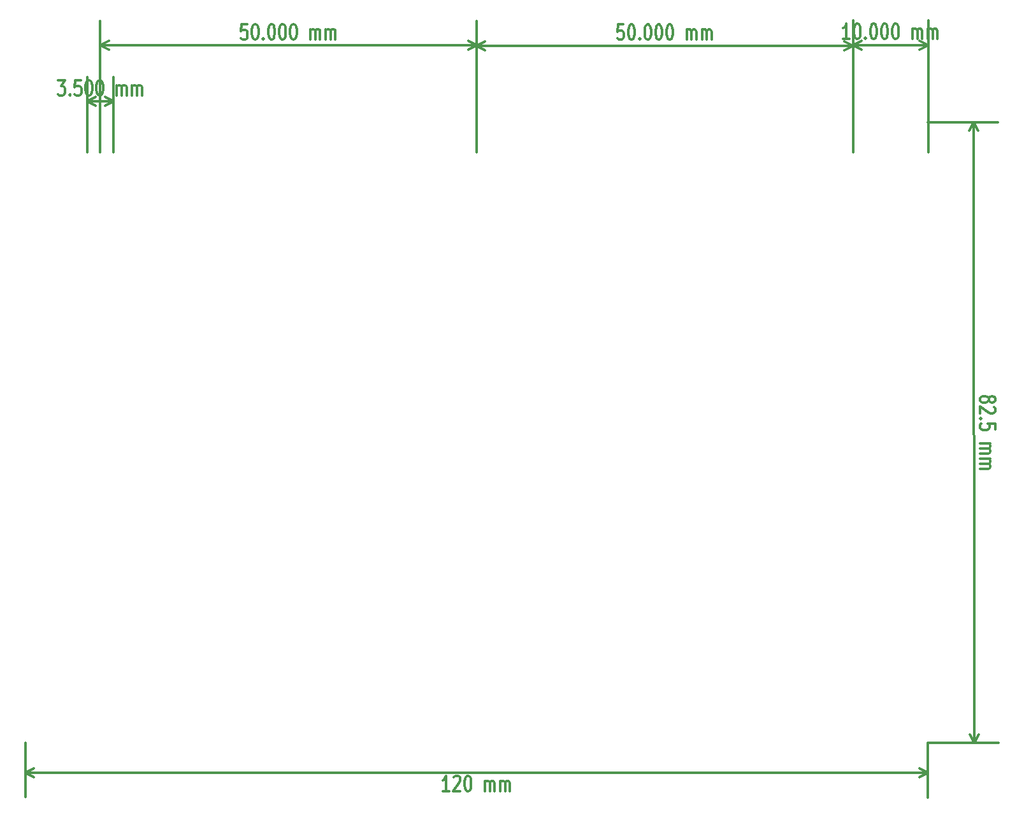
<source format=gbr>
G04 (created by PCBNEW-RS274X (2012-01-19 BZR 3256)-stable) date 5/23/2012 10:37:18 AM*
G01*
G70*
G90*
%MOIN*%
G04 Gerber Fmt 3.4, Leading zero omitted, Abs format*
%FSLAX34Y34*%
G04 APERTURE LIST*
%ADD10C,0.006000*%
%ADD11C,0.012000*%
G04 APERTURE END LIST*
G54D10*
G54D11*
X98676Y-02346D02*
X98333Y-02346D01*
X98505Y-02346D02*
X98505Y-01546D01*
X98448Y-01660D01*
X98390Y-01736D01*
X98333Y-01774D01*
X99047Y-01546D02*
X99104Y-01546D01*
X99161Y-01584D01*
X99190Y-01622D01*
X99219Y-01698D01*
X99247Y-01851D01*
X99247Y-02041D01*
X99219Y-02193D01*
X99190Y-02270D01*
X99161Y-02308D01*
X99104Y-02346D01*
X99047Y-02346D01*
X98990Y-02308D01*
X98961Y-02270D01*
X98933Y-02193D01*
X98904Y-02041D01*
X98904Y-01851D01*
X98933Y-01698D01*
X98961Y-01622D01*
X98990Y-01584D01*
X99047Y-01546D01*
X99504Y-02270D02*
X99532Y-02308D01*
X99504Y-02346D01*
X99475Y-02308D01*
X99504Y-02270D01*
X99504Y-02346D01*
X99904Y-01546D02*
X99961Y-01546D01*
X100018Y-01584D01*
X100047Y-01622D01*
X100076Y-01698D01*
X100104Y-01851D01*
X100104Y-02041D01*
X100076Y-02193D01*
X100047Y-02270D01*
X100018Y-02308D01*
X99961Y-02346D01*
X99904Y-02346D01*
X99847Y-02308D01*
X99818Y-02270D01*
X99790Y-02193D01*
X99761Y-02041D01*
X99761Y-01851D01*
X99790Y-01698D01*
X99818Y-01622D01*
X99847Y-01584D01*
X99904Y-01546D01*
X100475Y-01546D02*
X100532Y-01546D01*
X100589Y-01584D01*
X100618Y-01622D01*
X100647Y-01698D01*
X100675Y-01851D01*
X100675Y-02041D01*
X100647Y-02193D01*
X100618Y-02270D01*
X100589Y-02308D01*
X100532Y-02346D01*
X100475Y-02346D01*
X100418Y-02308D01*
X100389Y-02270D01*
X100361Y-02193D01*
X100332Y-02041D01*
X100332Y-01851D01*
X100361Y-01698D01*
X100389Y-01622D01*
X100418Y-01584D01*
X100475Y-01546D01*
X101046Y-01546D02*
X101103Y-01546D01*
X101160Y-01584D01*
X101189Y-01622D01*
X101218Y-01698D01*
X101246Y-01851D01*
X101246Y-02041D01*
X101218Y-02193D01*
X101189Y-02270D01*
X101160Y-02308D01*
X101103Y-02346D01*
X101046Y-02346D01*
X100989Y-02308D01*
X100960Y-02270D01*
X100932Y-02193D01*
X100903Y-02041D01*
X100903Y-01851D01*
X100932Y-01698D01*
X100960Y-01622D01*
X100989Y-01584D01*
X101046Y-01546D01*
X101960Y-02346D02*
X101960Y-01812D01*
X101960Y-01889D02*
X101988Y-01851D01*
X102046Y-01812D01*
X102131Y-01812D01*
X102188Y-01851D01*
X102217Y-01927D01*
X102217Y-02346D01*
X102217Y-01927D02*
X102246Y-01851D01*
X102303Y-01812D01*
X102388Y-01812D01*
X102446Y-01851D01*
X102474Y-01927D01*
X102474Y-02346D01*
X102760Y-02346D02*
X102760Y-01812D01*
X102760Y-01889D02*
X102788Y-01851D01*
X102846Y-01812D01*
X102931Y-01812D01*
X102988Y-01851D01*
X103017Y-01927D01*
X103017Y-02346D01*
X103017Y-01927D02*
X103046Y-01851D01*
X103103Y-01812D01*
X103188Y-01812D01*
X103246Y-01851D01*
X103274Y-01927D01*
X103274Y-02346D01*
X98850Y-02662D02*
X102787Y-02662D01*
X98850Y-08283D02*
X98850Y-01382D01*
X102787Y-08283D02*
X102787Y-01382D01*
X102787Y-02662D02*
X102344Y-02892D01*
X102787Y-02662D02*
X102344Y-02432D01*
X98850Y-02662D02*
X99293Y-02892D01*
X98850Y-02662D02*
X99293Y-02432D01*
X86837Y-01582D02*
X86551Y-01582D01*
X86522Y-01963D01*
X86551Y-01925D01*
X86608Y-01887D01*
X86751Y-01887D01*
X86808Y-01925D01*
X86837Y-01963D01*
X86865Y-02039D01*
X86865Y-02229D01*
X86837Y-02306D01*
X86808Y-02344D01*
X86751Y-02382D01*
X86608Y-02382D01*
X86551Y-02344D01*
X86522Y-02306D01*
X87236Y-01582D02*
X87293Y-01582D01*
X87350Y-01620D01*
X87379Y-01658D01*
X87408Y-01734D01*
X87436Y-01887D01*
X87436Y-02077D01*
X87408Y-02229D01*
X87379Y-02306D01*
X87350Y-02344D01*
X87293Y-02382D01*
X87236Y-02382D01*
X87179Y-02344D01*
X87150Y-02306D01*
X87122Y-02229D01*
X87093Y-02077D01*
X87093Y-01887D01*
X87122Y-01734D01*
X87150Y-01658D01*
X87179Y-01620D01*
X87236Y-01582D01*
X87693Y-02306D02*
X87721Y-02344D01*
X87693Y-02382D01*
X87664Y-02344D01*
X87693Y-02306D01*
X87693Y-02382D01*
X88093Y-01582D02*
X88150Y-01582D01*
X88207Y-01620D01*
X88236Y-01658D01*
X88265Y-01734D01*
X88293Y-01887D01*
X88293Y-02077D01*
X88265Y-02229D01*
X88236Y-02306D01*
X88207Y-02344D01*
X88150Y-02382D01*
X88093Y-02382D01*
X88036Y-02344D01*
X88007Y-02306D01*
X87979Y-02229D01*
X87950Y-02077D01*
X87950Y-01887D01*
X87979Y-01734D01*
X88007Y-01658D01*
X88036Y-01620D01*
X88093Y-01582D01*
X88664Y-01582D02*
X88721Y-01582D01*
X88778Y-01620D01*
X88807Y-01658D01*
X88836Y-01734D01*
X88864Y-01887D01*
X88864Y-02077D01*
X88836Y-02229D01*
X88807Y-02306D01*
X88778Y-02344D01*
X88721Y-02382D01*
X88664Y-02382D01*
X88607Y-02344D01*
X88578Y-02306D01*
X88550Y-02229D01*
X88521Y-02077D01*
X88521Y-01887D01*
X88550Y-01734D01*
X88578Y-01658D01*
X88607Y-01620D01*
X88664Y-01582D01*
X89235Y-01582D02*
X89292Y-01582D01*
X89349Y-01620D01*
X89378Y-01658D01*
X89407Y-01734D01*
X89435Y-01887D01*
X89435Y-02077D01*
X89407Y-02229D01*
X89378Y-02306D01*
X89349Y-02344D01*
X89292Y-02382D01*
X89235Y-02382D01*
X89178Y-02344D01*
X89149Y-02306D01*
X89121Y-02229D01*
X89092Y-02077D01*
X89092Y-01887D01*
X89121Y-01734D01*
X89149Y-01658D01*
X89178Y-01620D01*
X89235Y-01582D01*
X90149Y-02382D02*
X90149Y-01848D01*
X90149Y-01925D02*
X90177Y-01887D01*
X90235Y-01848D01*
X90320Y-01848D01*
X90377Y-01887D01*
X90406Y-01963D01*
X90406Y-02382D01*
X90406Y-01963D02*
X90435Y-01887D01*
X90492Y-01848D01*
X90577Y-01848D01*
X90635Y-01887D01*
X90663Y-01963D01*
X90663Y-02382D01*
X90949Y-02382D02*
X90949Y-01848D01*
X90949Y-01925D02*
X90977Y-01887D01*
X91035Y-01848D01*
X91120Y-01848D01*
X91177Y-01887D01*
X91206Y-01963D01*
X91206Y-02382D01*
X91206Y-01963D02*
X91235Y-01887D01*
X91292Y-01848D01*
X91377Y-01848D01*
X91435Y-01887D01*
X91463Y-01963D01*
X91463Y-02382D01*
X79165Y-02698D02*
X98850Y-02698D01*
X79165Y-08283D02*
X79165Y-01418D01*
X98850Y-08283D02*
X98850Y-01418D01*
X98850Y-02698D02*
X98407Y-02928D01*
X98850Y-02698D02*
X98407Y-02468D01*
X79165Y-02698D02*
X79608Y-02928D01*
X79165Y-02698D02*
X79608Y-02468D01*
X67152Y-01562D02*
X66866Y-01562D01*
X66837Y-01943D01*
X66866Y-01905D01*
X66923Y-01867D01*
X67066Y-01867D01*
X67123Y-01905D01*
X67152Y-01943D01*
X67180Y-02019D01*
X67180Y-02209D01*
X67152Y-02286D01*
X67123Y-02324D01*
X67066Y-02362D01*
X66923Y-02362D01*
X66866Y-02324D01*
X66837Y-02286D01*
X67551Y-01562D02*
X67608Y-01562D01*
X67665Y-01600D01*
X67694Y-01638D01*
X67723Y-01714D01*
X67751Y-01867D01*
X67751Y-02057D01*
X67723Y-02209D01*
X67694Y-02286D01*
X67665Y-02324D01*
X67608Y-02362D01*
X67551Y-02362D01*
X67494Y-02324D01*
X67465Y-02286D01*
X67437Y-02209D01*
X67408Y-02057D01*
X67408Y-01867D01*
X67437Y-01714D01*
X67465Y-01638D01*
X67494Y-01600D01*
X67551Y-01562D01*
X68008Y-02286D02*
X68036Y-02324D01*
X68008Y-02362D01*
X67979Y-02324D01*
X68008Y-02286D01*
X68008Y-02362D01*
X68408Y-01562D02*
X68465Y-01562D01*
X68522Y-01600D01*
X68551Y-01638D01*
X68580Y-01714D01*
X68608Y-01867D01*
X68608Y-02057D01*
X68580Y-02209D01*
X68551Y-02286D01*
X68522Y-02324D01*
X68465Y-02362D01*
X68408Y-02362D01*
X68351Y-02324D01*
X68322Y-02286D01*
X68294Y-02209D01*
X68265Y-02057D01*
X68265Y-01867D01*
X68294Y-01714D01*
X68322Y-01638D01*
X68351Y-01600D01*
X68408Y-01562D01*
X68979Y-01562D02*
X69036Y-01562D01*
X69093Y-01600D01*
X69122Y-01638D01*
X69151Y-01714D01*
X69179Y-01867D01*
X69179Y-02057D01*
X69151Y-02209D01*
X69122Y-02286D01*
X69093Y-02324D01*
X69036Y-02362D01*
X68979Y-02362D01*
X68922Y-02324D01*
X68893Y-02286D01*
X68865Y-02209D01*
X68836Y-02057D01*
X68836Y-01867D01*
X68865Y-01714D01*
X68893Y-01638D01*
X68922Y-01600D01*
X68979Y-01562D01*
X69550Y-01562D02*
X69607Y-01562D01*
X69664Y-01600D01*
X69693Y-01638D01*
X69722Y-01714D01*
X69750Y-01867D01*
X69750Y-02057D01*
X69722Y-02209D01*
X69693Y-02286D01*
X69664Y-02324D01*
X69607Y-02362D01*
X69550Y-02362D01*
X69493Y-02324D01*
X69464Y-02286D01*
X69436Y-02209D01*
X69407Y-02057D01*
X69407Y-01867D01*
X69436Y-01714D01*
X69464Y-01638D01*
X69493Y-01600D01*
X69550Y-01562D01*
X70464Y-02362D02*
X70464Y-01828D01*
X70464Y-01905D02*
X70492Y-01867D01*
X70550Y-01828D01*
X70635Y-01828D01*
X70692Y-01867D01*
X70721Y-01943D01*
X70721Y-02362D01*
X70721Y-01943D02*
X70750Y-01867D01*
X70807Y-01828D01*
X70892Y-01828D01*
X70950Y-01867D01*
X70978Y-01943D01*
X70978Y-02362D01*
X71264Y-02362D02*
X71264Y-01828D01*
X71264Y-01905D02*
X71292Y-01867D01*
X71350Y-01828D01*
X71435Y-01828D01*
X71492Y-01867D01*
X71521Y-01943D01*
X71521Y-02362D01*
X71521Y-01943D02*
X71550Y-01867D01*
X71607Y-01828D01*
X71692Y-01828D01*
X71750Y-01867D01*
X71778Y-01943D01*
X71778Y-02362D01*
X59480Y-02678D02*
X79165Y-02678D01*
X59480Y-08283D02*
X59480Y-01398D01*
X79165Y-08283D02*
X79165Y-01398D01*
X79165Y-02678D02*
X78722Y-02908D01*
X79165Y-02678D02*
X78722Y-02448D01*
X59480Y-02678D02*
X59923Y-02908D01*
X59480Y-02678D02*
X59923Y-02448D01*
X57253Y-04495D02*
X57624Y-04495D01*
X57424Y-04800D01*
X57510Y-04800D01*
X57567Y-04838D01*
X57596Y-04876D01*
X57624Y-04952D01*
X57624Y-05142D01*
X57596Y-05219D01*
X57567Y-05257D01*
X57510Y-05295D01*
X57338Y-05295D01*
X57281Y-05257D01*
X57253Y-05219D01*
X57881Y-05219D02*
X57909Y-05257D01*
X57881Y-05295D01*
X57852Y-05257D01*
X57881Y-05219D01*
X57881Y-05295D01*
X58453Y-04495D02*
X58167Y-04495D01*
X58138Y-04876D01*
X58167Y-04838D01*
X58224Y-04800D01*
X58367Y-04800D01*
X58424Y-04838D01*
X58453Y-04876D01*
X58481Y-04952D01*
X58481Y-05142D01*
X58453Y-05219D01*
X58424Y-05257D01*
X58367Y-05295D01*
X58224Y-05295D01*
X58167Y-05257D01*
X58138Y-05219D01*
X58852Y-04495D02*
X58909Y-04495D01*
X58966Y-04533D01*
X58995Y-04571D01*
X59024Y-04647D01*
X59052Y-04800D01*
X59052Y-04990D01*
X59024Y-05142D01*
X58995Y-05219D01*
X58966Y-05257D01*
X58909Y-05295D01*
X58852Y-05295D01*
X58795Y-05257D01*
X58766Y-05219D01*
X58738Y-05142D01*
X58709Y-04990D01*
X58709Y-04800D01*
X58738Y-04647D01*
X58766Y-04571D01*
X58795Y-04533D01*
X58852Y-04495D01*
X59423Y-04495D02*
X59480Y-04495D01*
X59537Y-04533D01*
X59566Y-04571D01*
X59595Y-04647D01*
X59623Y-04800D01*
X59623Y-04990D01*
X59595Y-05142D01*
X59566Y-05219D01*
X59537Y-05257D01*
X59480Y-05295D01*
X59423Y-05295D01*
X59366Y-05257D01*
X59337Y-05219D01*
X59309Y-05142D01*
X59280Y-04990D01*
X59280Y-04800D01*
X59309Y-04647D01*
X59337Y-04571D01*
X59366Y-04533D01*
X59423Y-04495D01*
X60337Y-05295D02*
X60337Y-04761D01*
X60337Y-04838D02*
X60365Y-04800D01*
X60423Y-04761D01*
X60508Y-04761D01*
X60565Y-04800D01*
X60594Y-04876D01*
X60594Y-05295D01*
X60594Y-04876D02*
X60623Y-04800D01*
X60680Y-04761D01*
X60765Y-04761D01*
X60823Y-04800D01*
X60851Y-04876D01*
X60851Y-05295D01*
X61137Y-05295D02*
X61137Y-04761D01*
X61137Y-04838D02*
X61165Y-04800D01*
X61223Y-04761D01*
X61308Y-04761D01*
X61365Y-04800D01*
X61394Y-04876D01*
X61394Y-05295D01*
X61394Y-04876D02*
X61423Y-04800D01*
X61480Y-04761D01*
X61565Y-04761D01*
X61623Y-04800D01*
X61651Y-04876D01*
X61651Y-05295D01*
X58791Y-05611D02*
X60169Y-05611D01*
X58791Y-08283D02*
X58791Y-04331D01*
X60169Y-08283D02*
X60169Y-04331D01*
X60169Y-05611D02*
X59726Y-05841D01*
X60169Y-05611D02*
X59726Y-05381D01*
X58791Y-05611D02*
X59234Y-05841D01*
X58791Y-05611D02*
X59234Y-05381D01*
X77736Y-41699D02*
X77393Y-41698D01*
X77565Y-41698D02*
X77567Y-40898D01*
X77510Y-41012D01*
X77452Y-41088D01*
X77394Y-41126D01*
X77966Y-40975D02*
X77995Y-40937D01*
X78052Y-40899D01*
X78195Y-40899D01*
X78252Y-40937D01*
X78281Y-40975D01*
X78309Y-41052D01*
X78308Y-41128D01*
X78280Y-41242D01*
X77936Y-41699D01*
X78307Y-41700D01*
X78680Y-40900D02*
X78737Y-40900D01*
X78794Y-40938D01*
X78823Y-40976D01*
X78852Y-41052D01*
X78879Y-41206D01*
X78879Y-41396D01*
X78851Y-41547D01*
X78822Y-41624D01*
X78793Y-41662D01*
X78735Y-41700D01*
X78678Y-41700D01*
X78622Y-41662D01*
X78593Y-41624D01*
X78565Y-41547D01*
X78536Y-41395D01*
X78536Y-41205D01*
X78566Y-41052D01*
X78594Y-40976D01*
X78623Y-40938D01*
X78680Y-40900D01*
X79592Y-41702D02*
X79593Y-41168D01*
X79593Y-41245D02*
X79621Y-41207D01*
X79679Y-41168D01*
X79764Y-41168D01*
X79821Y-41207D01*
X79850Y-41283D01*
X79849Y-41702D01*
X79850Y-41283D02*
X79879Y-41207D01*
X79936Y-41168D01*
X80021Y-41168D01*
X80079Y-41208D01*
X80107Y-41284D01*
X80106Y-41703D01*
X80392Y-41703D02*
X80393Y-41169D01*
X80393Y-41246D02*
X80421Y-41208D01*
X80479Y-41169D01*
X80564Y-41169D01*
X80621Y-41209D01*
X80650Y-41285D01*
X80649Y-41704D01*
X80650Y-41285D02*
X80679Y-41209D01*
X80736Y-41170D01*
X80821Y-41170D01*
X80879Y-41209D01*
X80907Y-41285D01*
X80906Y-41704D01*
X102764Y-40743D02*
X55567Y-40731D01*
X102764Y-39181D02*
X102764Y-42023D01*
X55567Y-39169D02*
X55567Y-42011D01*
X55567Y-40731D02*
X56010Y-40501D01*
X55567Y-40731D02*
X56010Y-40961D01*
X102764Y-40743D02*
X102321Y-40513D01*
X102764Y-40743D02*
X102321Y-40973D01*
X105950Y-21143D02*
X105988Y-21085D01*
X106027Y-21057D01*
X106103Y-21028D01*
X106141Y-21027D01*
X106217Y-21056D01*
X106255Y-21084D01*
X106293Y-21142D01*
X106293Y-21256D01*
X106255Y-21313D01*
X106217Y-21342D01*
X106141Y-21370D01*
X106103Y-21371D01*
X106027Y-21343D01*
X105988Y-21314D01*
X105950Y-21257D01*
X105950Y-21143D01*
X105912Y-21085D01*
X105874Y-21057D01*
X105798Y-21028D01*
X105646Y-21028D01*
X105569Y-21057D01*
X105531Y-21086D01*
X105493Y-21144D01*
X105493Y-21258D01*
X105531Y-21315D01*
X105569Y-21343D01*
X105646Y-21371D01*
X105798Y-21371D01*
X105874Y-21343D01*
X105912Y-21314D01*
X105950Y-21257D01*
X106218Y-21598D02*
X106256Y-21627D01*
X106294Y-21684D01*
X106294Y-21827D01*
X106256Y-21884D01*
X106218Y-21913D01*
X106142Y-21941D01*
X106066Y-21942D01*
X105951Y-21914D01*
X105494Y-21572D01*
X105494Y-21943D01*
X105571Y-22199D02*
X105533Y-22228D01*
X105495Y-22200D01*
X105533Y-22171D01*
X105571Y-22199D01*
X105495Y-22200D01*
X106296Y-22770D02*
X106295Y-22484D01*
X105914Y-22456D01*
X105952Y-22485D01*
X105990Y-22542D01*
X105991Y-22685D01*
X105953Y-22742D01*
X105915Y-22771D01*
X105839Y-22799D01*
X105649Y-22799D01*
X105572Y-22771D01*
X105534Y-22742D01*
X105496Y-22686D01*
X105495Y-22543D01*
X105533Y-22485D01*
X105571Y-22456D01*
X105497Y-23514D02*
X106031Y-23513D01*
X105954Y-23513D02*
X105992Y-23541D01*
X106031Y-23599D01*
X106031Y-23684D01*
X105992Y-23741D01*
X105916Y-23770D01*
X105497Y-23771D01*
X105916Y-23770D02*
X105992Y-23799D01*
X106032Y-23856D01*
X106032Y-23941D01*
X105993Y-23999D01*
X105917Y-24027D01*
X105498Y-24028D01*
X105498Y-24314D02*
X106032Y-24313D01*
X105955Y-24313D02*
X105993Y-24341D01*
X106033Y-24399D01*
X106033Y-24484D01*
X105994Y-24541D01*
X105918Y-24570D01*
X105499Y-24571D01*
X105918Y-24570D02*
X105994Y-24599D01*
X106033Y-24656D01*
X106033Y-24741D01*
X105994Y-24799D01*
X105918Y-24827D01*
X105499Y-24828D01*
X105161Y-06703D02*
X105200Y-39183D01*
X102764Y-06705D02*
X106441Y-06702D01*
X102803Y-39185D02*
X106480Y-39182D01*
X105200Y-39183D02*
X104969Y-38740D01*
X105200Y-39183D02*
X105430Y-38740D01*
X105161Y-06703D02*
X104931Y-07146D01*
X105161Y-06703D02*
X105392Y-07146D01*
M02*

</source>
